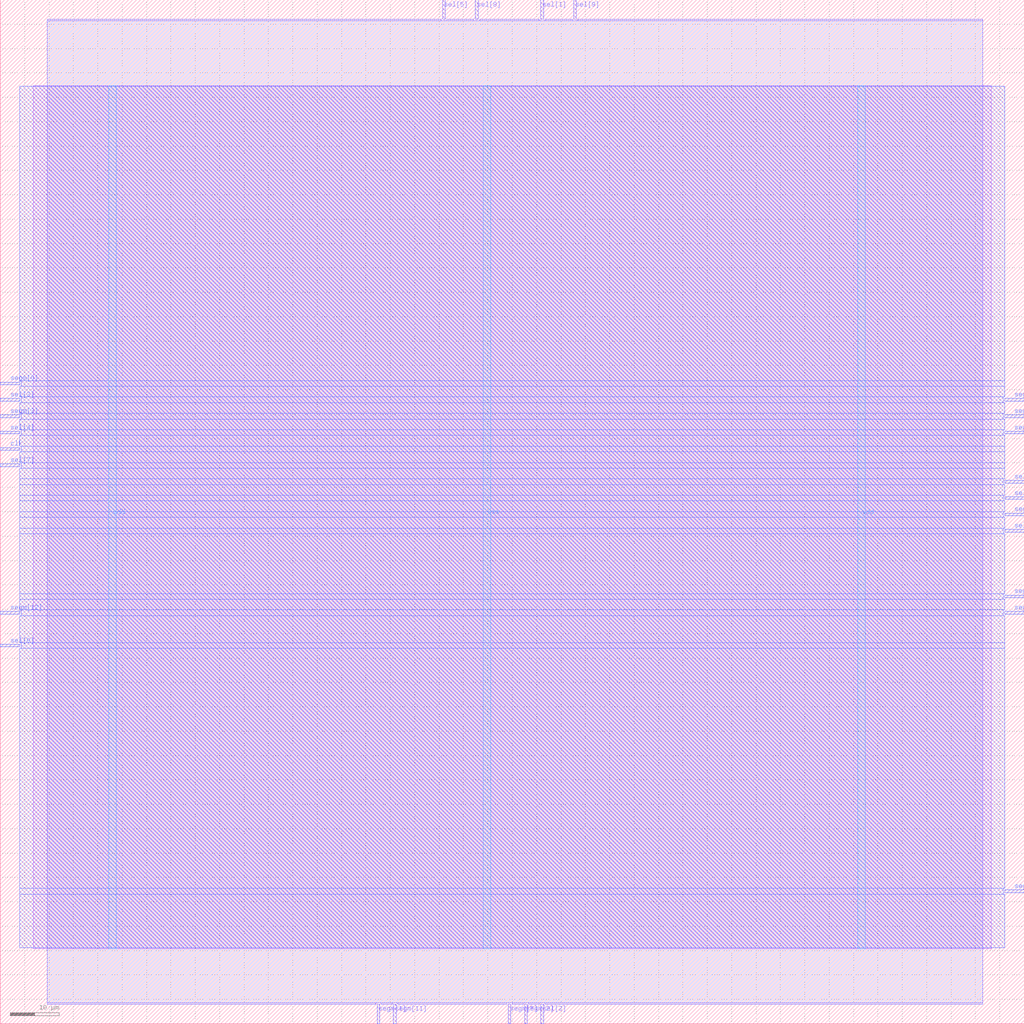
<source format=lef>
VERSION 5.7 ;
  NOWIREEXTENSIONATPIN ON ;
  DIVIDERCHAR "/" ;
  BUSBITCHARS "[]" ;
MACRO ita48
  CLASS BLOCK ;
  FOREIGN ita48 ;
  ORIGIN 0.000 0.000 ;
  SIZE 210.000 BY 210.000 ;
  PIN clk
    DIRECTION INPUT ;
    USE SIGNAL ;
    ANTENNAGATEAREA 4.738000 ;
    ANTENNADIFFAREA 0.410400 ;
    PORT
      LAYER Metal3 ;
        RECT 0.000 117.600 4.000 118.160 ;
    END
  END clk
  PIN segm[0]
    DIRECTION OUTPUT TRISTATE ;
    USE SIGNAL ;
    ANTENNADIFFAREA 4.731200 ;
    PORT
      LAYER Metal3 ;
        RECT 0.000 131.040 4.000 131.600 ;
    END
  END segm[0]
  PIN segm[10]
    DIRECTION OUTPUT TRISTATE ;
    USE SIGNAL ;
    ANTENNADIFFAREA 4.731200 ;
    PORT
      LAYER Metal3 ;
        RECT 206.000 87.360 210.000 87.920 ;
    END
  END segm[10]
  PIN segm[11]
    DIRECTION OUTPUT TRISTATE ;
    USE SIGNAL ;
    ANTENNADIFFAREA 4.731200 ;
    PORT
      LAYER Metal2 ;
        RECT 80.640 0.000 81.200 4.000 ;
    END
  END segm[11]
  PIN segm[12]
    DIRECTION OUTPUT TRISTATE ;
    USE SIGNAL ;
    ANTENNADIFFAREA 4.731200 ;
    PORT
      LAYER Metal3 ;
        RECT 0.000 84.000 4.000 84.560 ;
    END
  END segm[12]
  PIN segm[13]
    DIRECTION OUTPUT TRISTATE ;
    USE SIGNAL ;
    ANTENNADIFFAREA 4.731200 ;
    PORT
      LAYER Metal3 ;
        RECT 206.000 84.000 210.000 84.560 ;
    END
  END segm[13]
  PIN segm[1]
    DIRECTION OUTPUT TRISTATE ;
    USE SIGNAL ;
    ANTENNADIFFAREA 0.360800 ;
    PORT
      LAYER Metal2 ;
        RECT 77.280 0.000 77.840 4.000 ;
    END
  END segm[1]
  PIN segm[2]
    DIRECTION OUTPUT TRISTATE ;
    USE SIGNAL ;
    ANTENNADIFFAREA 4.731200 ;
    PORT
      LAYER Metal2 ;
        RECT 107.520 0.000 108.080 4.000 ;
    END
  END segm[2]
  PIN segm[3]
    DIRECTION OUTPUT TRISTATE ;
    USE SIGNAL ;
    ANTENNADIFFAREA 4.731200 ;
    PORT
      LAYER Metal3 ;
        RECT 0.000 124.320 4.000 124.880 ;
    END
  END segm[3]
  PIN segm[4]
    DIRECTION OUTPUT TRISTATE ;
    USE SIGNAL ;
    ANTENNADIFFAREA 0.360800 ;
    PORT
      LAYER Metal3 ;
        RECT 206.000 26.880 210.000 27.440 ;
    END
  END segm[4]
  PIN segm[5]
    DIRECTION OUTPUT TRISTATE ;
    USE SIGNAL ;
    ANTENNADIFFAREA 4.731200 ;
    PORT
      LAYER Metal2 ;
        RECT 104.160 0.000 104.720 4.000 ;
    END
  END segm[5]
  PIN segm[6]
    DIRECTION OUTPUT TRISTATE ;
    USE SIGNAL ;
    ANTENNADIFFAREA 4.731200 ;
    PORT
      LAYER Metal3 ;
        RECT 206.000 127.680 210.000 128.240 ;
    END
  END segm[6]
  PIN segm[7]
    DIRECTION OUTPUT TRISTATE ;
    USE SIGNAL ;
    ANTENNADIFFAREA 4.731200 ;
    PORT
      LAYER Metal3 ;
        RECT 206.000 104.160 210.000 104.720 ;
    END
  END segm[7]
  PIN segm[8]
    DIRECTION OUTPUT TRISTATE ;
    USE SIGNAL ;
    ANTENNADIFFAREA 4.731200 ;
    PORT
      LAYER Metal3 ;
        RECT 206.000 124.320 210.000 124.880 ;
    END
  END segm[8]
  PIN segm[9]
    DIRECTION OUTPUT TRISTATE ;
    USE SIGNAL ;
    ANTENNADIFFAREA 4.731200 ;
    PORT
      LAYER Metal3 ;
        RECT 206.000 120.960 210.000 121.520 ;
    END
  END segm[9]
  PIN sel[0]
    DIRECTION OUTPUT TRISTATE ;
    USE SIGNAL ;
    ANTENNADIFFAREA 4.731200 ;
    PORT
      LAYER Metal3 ;
        RECT 0.000 77.280 4.000 77.840 ;
    END
  END sel[0]
  PIN sel[10]
    DIRECTION OUTPUT TRISTATE ;
    USE SIGNAL ;
    ANTENNADIFFAREA 4.731200 ;
    PORT
      LAYER Metal3 ;
        RECT 206.000 100.800 210.000 101.360 ;
    END
  END sel[10]
  PIN sel[11]
    DIRECTION OUTPUT TRISTATE ;
    USE SIGNAL ;
    ANTENNADIFFAREA 4.731200 ;
    PORT
      LAYER Metal3 ;
        RECT 206.000 110.880 210.000 111.440 ;
    END
  END sel[11]
  PIN sel[1]
    DIRECTION OUTPUT TRISTATE ;
    USE SIGNAL ;
    ANTENNADIFFAREA 4.731200 ;
    PORT
      LAYER Metal2 ;
        RECT 110.880 206.000 111.440 210.000 ;
    END
  END sel[1]
  PIN sel[2]
    DIRECTION OUTPUT TRISTATE ;
    USE SIGNAL ;
    ANTENNADIFFAREA 4.731200 ;
    PORT
      LAYER Metal2 ;
        RECT 110.880 0.000 111.440 4.000 ;
    END
  END sel[2]
  PIN sel[3]
    DIRECTION OUTPUT TRISTATE ;
    USE SIGNAL ;
    ANTENNADIFFAREA 4.731200 ;
    PORT
      LAYER Metal3 ;
        RECT 0.000 127.680 4.000 128.240 ;
    END
  END sel[3]
  PIN sel[4]
    DIRECTION OUTPUT TRISTATE ;
    USE SIGNAL ;
    ANTENNADIFFAREA 4.731200 ;
    PORT
      LAYER Metal3 ;
        RECT 0.000 120.960 4.000 121.520 ;
    END
  END sel[4]
  PIN sel[5]
    DIRECTION OUTPUT TRISTATE ;
    USE SIGNAL ;
    ANTENNADIFFAREA 4.731200 ;
    PORT
      LAYER Metal2 ;
        RECT 90.720 206.000 91.280 210.000 ;
    END
  END sel[5]
  PIN sel[6]
    DIRECTION OUTPUT TRISTATE ;
    USE SIGNAL ;
    ANTENNADIFFAREA 4.731200 ;
    PORT
      LAYER Metal3 ;
        RECT 206.000 107.520 210.000 108.080 ;
    END
  END sel[6]
  PIN sel[7]
    DIRECTION OUTPUT TRISTATE ;
    USE SIGNAL ;
    ANTENNADIFFAREA 4.731200 ;
    PORT
      LAYER Metal3 ;
        RECT 0.000 114.240 4.000 114.800 ;
    END
  END sel[7]
  PIN sel[8]
    DIRECTION OUTPUT TRISTATE ;
    USE SIGNAL ;
    ANTENNADIFFAREA 4.731200 ;
    PORT
      LAYER Metal2 ;
        RECT 97.440 206.000 98.000 210.000 ;
    END
  END sel[8]
  PIN sel[9]
    DIRECTION OUTPUT TRISTATE ;
    USE SIGNAL ;
    ANTENNADIFFAREA 4.731200 ;
    PORT
      LAYER Metal2 ;
        RECT 117.600 206.000 118.160 210.000 ;
    END
  END sel[9]
  PIN vdd
    DIRECTION INOUT ;
    USE POWER ;
    PORT
      LAYER Metal4 ;
        RECT 22.240 15.380 23.840 192.380 ;
    END
    PORT
      LAYER Metal4 ;
        RECT 175.840 15.380 177.440 192.380 ;
    END
  END vdd
  PIN vss
    DIRECTION INOUT ;
    USE GROUND ;
    PORT
      LAYER Metal4 ;
        RECT 99.040 15.380 100.640 192.380 ;
    END
  END vss
  OBS
      LAYER Metal1 ;
        RECT 6.720 15.380 203.280 192.380 ;
      LAYER Metal2 ;
        RECT 9.660 205.700 90.420 206.000 ;
        RECT 91.580 205.700 97.140 206.000 ;
        RECT 98.300 205.700 110.580 206.000 ;
        RECT 111.740 205.700 117.300 206.000 ;
        RECT 118.460 205.700 201.460 206.000 ;
        RECT 9.660 4.300 201.460 205.700 ;
        RECT 9.660 4.000 76.980 4.300 ;
        RECT 78.140 4.000 80.340 4.300 ;
        RECT 81.500 4.000 103.860 4.300 ;
        RECT 105.020 4.000 107.220 4.300 ;
        RECT 108.380 4.000 110.580 4.300 ;
        RECT 111.740 4.000 201.460 4.300 ;
      LAYER Metal3 ;
        RECT 4.000 131.900 206.000 192.220 ;
        RECT 4.300 130.740 206.000 131.900 ;
        RECT 4.000 128.540 206.000 130.740 ;
        RECT 4.300 127.380 205.700 128.540 ;
        RECT 4.000 125.180 206.000 127.380 ;
        RECT 4.300 124.020 205.700 125.180 ;
        RECT 4.000 121.820 206.000 124.020 ;
        RECT 4.300 120.660 205.700 121.820 ;
        RECT 4.000 118.460 206.000 120.660 ;
        RECT 4.300 117.300 206.000 118.460 ;
        RECT 4.000 115.100 206.000 117.300 ;
        RECT 4.300 113.940 206.000 115.100 ;
        RECT 4.000 111.740 206.000 113.940 ;
        RECT 4.000 110.580 205.700 111.740 ;
        RECT 4.000 108.380 206.000 110.580 ;
        RECT 4.000 107.220 205.700 108.380 ;
        RECT 4.000 105.020 206.000 107.220 ;
        RECT 4.000 103.860 205.700 105.020 ;
        RECT 4.000 101.660 206.000 103.860 ;
        RECT 4.000 100.500 205.700 101.660 ;
        RECT 4.000 88.220 206.000 100.500 ;
        RECT 4.000 87.060 205.700 88.220 ;
        RECT 4.000 84.860 206.000 87.060 ;
        RECT 4.300 83.700 205.700 84.860 ;
        RECT 4.000 78.140 206.000 83.700 ;
        RECT 4.300 76.980 206.000 78.140 ;
        RECT 4.000 27.740 206.000 76.980 ;
        RECT 4.000 26.580 205.700 27.740 ;
        RECT 4.000 15.540 206.000 26.580 ;
  END
END ita48
END LIBRARY


</source>
